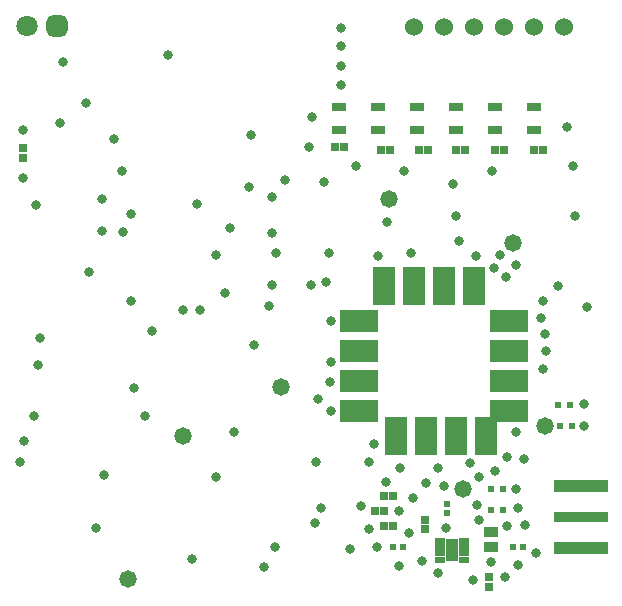
<source format=gts>
G04*
G04 #@! TF.GenerationSoftware,Altium Limited,Altium Designer,24.9.1 (31)*
G04*
G04 Layer_Color=8388736*
%FSLAX25Y25*%
%MOIN*%
G70*
G04*
G04 #@! TF.SameCoordinates,E493A569-BD46-4AD9-B400-18CC68C2C09C*
G04*
G04*
G04 #@! TF.FilePolarity,Negative*
G04*
G01*
G75*
%ADD20R,0.17953X0.03937*%
%ADD21R,0.17953X0.03347*%
%ADD23R,0.02047X0.02047*%
%ADD27R,0.04900X0.03000*%
%ADD28R,0.01968X0.01968*%
%ADD29R,0.02047X0.02047*%
%ADD31R,0.02965X0.03162*%
%ADD32R,0.12611X0.07493*%
%ADD33R,0.07493X0.12611*%
%ADD34R,0.02769X0.02572*%
%ADD35R,0.04816X0.03320*%
%ADD36R,0.03753X0.01981*%
%ADD37R,0.04147X0.07296*%
%ADD38R,0.02769X0.02965*%
G04:AMPARAMS|DCode=39|XSize=70.99mil|YSize=70.99mil|CornerRadius=19.75mil|HoleSize=0mil|Usage=FLASHONLY|Rotation=180.000|XOffset=0mil|YOffset=0mil|HoleType=Round|Shape=RoundedRectangle|*
%AMROUNDEDRECTD39*
21,1,0.07099,0.03150,0,0,180.0*
21,1,0.03150,0.07099,0,0,180.0*
1,1,0.03950,-0.01575,0.01575*
1,1,0.03950,0.01575,0.01575*
1,1,0.03950,0.01575,-0.01575*
1,1,0.03950,-0.01575,-0.01575*
%
%ADD39ROUNDEDRECTD39*%
%ADD40C,0.07099*%
%ADD41C,0.06000*%
%ADD42C,0.03300*%
%ADD43C,0.05800*%
D20*
X193000Y17685D02*
D03*
Y38315D02*
D03*
D21*
Y28000D02*
D03*
D23*
X148500Y29350D02*
D03*
Y32500D02*
D03*
D27*
X112500Y164850D02*
D03*
Y157150D02*
D03*
X125500Y164850D02*
D03*
Y157150D02*
D03*
X138500D02*
D03*
Y164850D02*
D03*
X151547Y157150D02*
D03*
Y164850D02*
D03*
X164547Y157150D02*
D03*
Y164850D02*
D03*
X177547Y157150D02*
D03*
Y164850D02*
D03*
D28*
X163000Y30500D02*
D03*
X166937D02*
D03*
X163031Y37500D02*
D03*
X166969D02*
D03*
X185563Y65504D02*
D03*
X189500D02*
D03*
X186031Y58504D02*
D03*
X189969D02*
D03*
D29*
X170425Y18228D02*
D03*
X173575D02*
D03*
X130425Y17996D02*
D03*
X133575D02*
D03*
D31*
X7000Y147827D02*
D03*
Y151173D02*
D03*
X162500Y8173D02*
D03*
Y4827D02*
D03*
D32*
X119000Y93504D02*
D03*
Y73504D02*
D03*
Y63504D02*
D03*
X169000D02*
D03*
Y73504D02*
D03*
Y83504D02*
D03*
Y93504D02*
D03*
X119000Y83504D02*
D03*
D33*
X127465Y105000D02*
D03*
X137504D02*
D03*
X147504D02*
D03*
X157504D02*
D03*
X131480Y55000D02*
D03*
X141480D02*
D03*
X151520D02*
D03*
X161441D02*
D03*
D34*
X177524Y150500D02*
D03*
X180476D02*
D03*
X164524D02*
D03*
X167476D02*
D03*
X151524D02*
D03*
X154476D02*
D03*
X139047D02*
D03*
X142000D02*
D03*
X126524D02*
D03*
X129476D02*
D03*
X113976Y151500D02*
D03*
X111024D02*
D03*
X127244Y30000D02*
D03*
X124291D02*
D03*
X130244Y35000D02*
D03*
X127291D02*
D03*
X130500Y25000D02*
D03*
X127547D02*
D03*
D35*
X163000Y17980D02*
D03*
Y23020D02*
D03*
D36*
X146126Y20071D02*
D03*
Y18000D02*
D03*
Y15937D02*
D03*
Y13866D02*
D03*
X154000D02*
D03*
Y15937D02*
D03*
Y18000D02*
D03*
Y20071D02*
D03*
D37*
X150063Y16969D02*
D03*
D38*
X141000Y27205D02*
D03*
Y24252D02*
D03*
D39*
X18500Y191792D02*
D03*
D40*
X8500D02*
D03*
D41*
X137500Y191500D02*
D03*
X147500D02*
D03*
X157500D02*
D03*
X167500D02*
D03*
X177500D02*
D03*
X187500D02*
D03*
D42*
X136500Y116000D02*
D03*
X134000Y143500D02*
D03*
X103000Y105500D02*
D03*
X87500Y11500D02*
D03*
X84000Y85500D02*
D03*
X19500Y159500D02*
D03*
X152500Y120000D02*
D03*
X181016Y89009D02*
D03*
X195000Y98000D02*
D03*
X180500Y77500D02*
D03*
X105509Y67516D02*
D03*
X109848Y79750D02*
D03*
X180509Y100016D02*
D03*
X185500Y105000D02*
D03*
X191000Y128500D02*
D03*
X188500Y158000D02*
D03*
X66000Y97000D02*
D03*
X60500D02*
D03*
X181500Y83500D02*
D03*
X179680Y94309D02*
D03*
X164000Y111000D02*
D03*
X132772Y44500D02*
D03*
X145500D02*
D03*
X28000Y166000D02*
D03*
X106500Y31000D02*
D03*
X104620Y46593D02*
D03*
X82500Y138000D02*
D03*
X94548Y140291D02*
D03*
X65199Y132292D02*
D03*
X37500Y154000D02*
D03*
X29079Y109813D02*
D03*
X7000Y141000D02*
D03*
Y157000D02*
D03*
X43000Y100000D02*
D03*
X40500Y123000D02*
D03*
X33500Y134000D02*
D03*
Y123500D02*
D03*
X50000Y90000D02*
D03*
X164500Y43500D02*
D03*
X156000Y46000D02*
D03*
X168500Y48000D02*
D03*
X159000Y41500D02*
D03*
X174000Y47500D02*
D03*
X122500Y46500D02*
D03*
X104500Y26000D02*
D03*
X124203Y52500D02*
D03*
X127908Y39775D02*
D03*
X119726Y31907D02*
D03*
X122500Y24000D02*
D03*
X141500Y39500D02*
D03*
X147500Y38500D02*
D03*
X132500Y30000D02*
D03*
X137000Y34500D02*
D03*
X151500Y128500D02*
D03*
X34000Y42000D02*
D03*
X63500Y14000D02*
D03*
X6000Y46500D02*
D03*
X116000Y17500D02*
D03*
X91000Y18000D02*
D03*
X168000Y108000D02*
D03*
X171500Y112000D02*
D03*
X166000Y115500D02*
D03*
X128500Y126500D02*
D03*
X190500Y145000D02*
D03*
X71500Y41500D02*
D03*
X113000Y172000D02*
D03*
Y178500D02*
D03*
Y185000D02*
D03*
Y191000D02*
D03*
X102500Y151500D02*
D03*
X12101Y78708D02*
D03*
X12763Y87792D02*
D03*
X118000Y145000D02*
D03*
X171500Y56500D02*
D03*
X71500Y115500D02*
D03*
X163000Y13000D02*
D03*
X157000Y7000D02*
D03*
X159000Y27000D02*
D03*
X135592Y22774D02*
D03*
X167593Y8225D02*
D03*
X187000Y17500D02*
D03*
X191500D02*
D03*
X197000D02*
D03*
X44000Y71000D02*
D03*
X31420Y24420D02*
D03*
X109000Y116000D02*
D03*
X91500D02*
D03*
X90000Y105500D02*
D03*
X108000Y106292D02*
D03*
X107500Y139843D02*
D03*
X89000Y98500D02*
D03*
X83000Y155500D02*
D03*
X76000Y124500D02*
D03*
X77500Y56500D02*
D03*
X43000Y129000D02*
D03*
X148000Y24500D02*
D03*
X7500Y53500D02*
D03*
X163500Y143500D02*
D03*
X192000Y38500D02*
D03*
X103500Y161500D02*
D03*
X150500Y139000D02*
D03*
X55500Y182000D02*
D03*
X47801Y61792D02*
D03*
X10899D02*
D03*
X11500Y132000D02*
D03*
X20399Y179792D02*
D03*
X40034Y143292D02*
D03*
X74500Y102761D02*
D03*
X90000Y122792D02*
D03*
Y134792D02*
D03*
X158000Y115000D02*
D03*
X158500Y32000D02*
D03*
X186500Y38500D02*
D03*
X172000Y31000D02*
D03*
X171500Y37500D02*
D03*
X125000Y18000D02*
D03*
X140000Y13500D02*
D03*
X174500Y25500D02*
D03*
X178226Y16093D02*
D03*
X172087Y12009D02*
D03*
X168500Y25000D02*
D03*
X145272Y9500D02*
D03*
X197000Y38500D02*
D03*
X132407Y11726D02*
D03*
X194063Y58398D02*
D03*
X194000Y65772D02*
D03*
X109728Y93500D02*
D03*
Y63500D02*
D03*
X125500Y115000D02*
D03*
X109500Y73000D02*
D03*
D43*
X42000Y7500D02*
D03*
X170500Y119500D02*
D03*
X129000Y134000D02*
D03*
X153775Y37275D02*
D03*
X181000Y58500D02*
D03*
X93000Y71500D02*
D03*
X60500Y55000D02*
D03*
M02*

</source>
